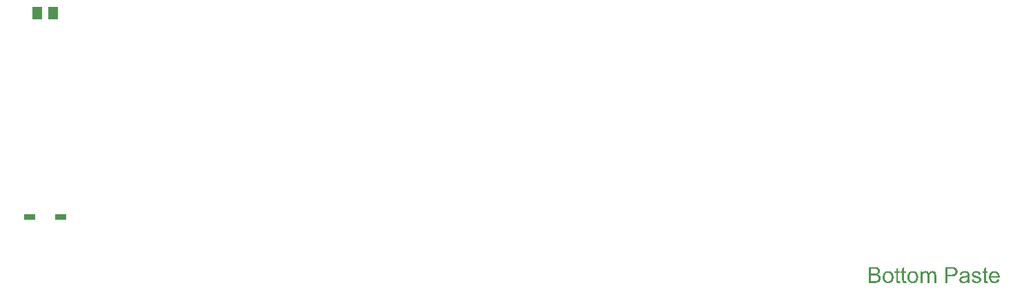
<source format=gbp>
%FSLAX25Y25*%
%MOIN*%
G70*
G01*
G75*
G04 Layer_Color=128*
%ADD10R,0.02362X0.03543*%
%ADD11R,0.03543X0.02362*%
%ADD12R,0.03937X0.04331*%
%ADD13R,0.06299X0.13780*%
%ADD14R,0.05000X0.03600*%
%ADD15R,0.03600X0.03600*%
%ADD16R,0.06693X0.01750*%
%ADD17R,0.08661X0.05118*%
%ADD18R,0.06299X0.07874*%
%ADD19O,0.04921X0.01772*%
%ADD20R,0.06102X0.01378*%
%ADD21C,0.01000*%
%ADD22C,0.00800*%
%ADD23C,0.02500*%
%ADD24C,0.02000*%
%ADD25C,0.08000*%
%ADD26C,0.07000*%
%ADD27C,0.10000*%
%ADD28R,0.07000X0.07000*%
%ADD29C,0.04724*%
%ADD30C,0.05906*%
%ADD31R,0.07000X0.07000*%
%ADD32C,0.08661*%
%ADD33C,0.07874*%
G04:AMPARAMS|DCode=34|XSize=118.11mil|YSize=39.37mil|CornerRadius=19.69mil|HoleSize=0mil|Usage=FLASHONLY|Rotation=0.000|XOffset=0mil|YOffset=0mil|HoleType=Round|Shape=RoundedRectangle|*
%AMROUNDEDRECTD34*
21,1,0.11811,0.00000,0,0,0.0*
21,1,0.07874,0.03937,0,0,0.0*
1,1,0.03937,0.03937,0.00000*
1,1,0.03937,-0.03937,0.00000*
1,1,0.03937,-0.03937,0.00000*
1,1,0.03937,0.03937,0.00000*
%
%ADD34ROUNDEDRECTD34*%
%ADD35O,0.15748X0.03937*%
G04:AMPARAMS|DCode=36|XSize=118.11mil|YSize=39.37mil|CornerRadius=19.69mil|HoleSize=0mil|Usage=FLASHONLY|Rotation=90.000|XOffset=0mil|YOffset=0mil|HoleType=Round|Shape=RoundedRectangle|*
%AMROUNDEDRECTD36*
21,1,0.11811,0.00000,0,0,90.0*
21,1,0.07874,0.03937,0,0,90.0*
1,1,0.03937,0.00000,0.03937*
1,1,0.03937,0.00000,-0.03937*
1,1,0.03937,0.00000,-0.03937*
1,1,0.03937,0.00000,0.03937*
%
%ADD36ROUNDEDRECTD36*%
%ADD37C,0.05512*%
%ADD38C,0.17716*%
%ADD39C,0.07874*%
%ADD40C,0.03937*%
%ADD41C,0.03150*%
%ADD42R,0.05118X0.05906*%
%ADD43R,0.05315X0.02953*%
%ADD44C,0.01200*%
%ADD45C,0.00787*%
%ADD46C,0.01500*%
%ADD47C,0.00394*%
%ADD48C,0.00700*%
%ADD49C,0.00591*%
%ADD50R,0.03162X0.04343*%
%ADD51R,0.04343X0.03162*%
%ADD52R,0.04737X0.05131*%
%ADD53R,0.07099X0.14579*%
%ADD54R,0.05800X0.04400*%
%ADD55R,0.04400X0.04400*%
%ADD56R,0.07493X0.02550*%
%ADD57R,0.09461X0.05918*%
%ADD58R,0.07099X0.08674*%
%ADD59O,0.05721X0.02572*%
%ADD60R,0.06902X0.02178*%
%ADD61C,0.08800*%
%ADD62C,0.07800*%
%ADD63C,0.10800*%
%ADD64R,0.07800X0.07800*%
%ADD65C,0.05524*%
%ADD66C,0.06706*%
%ADD67R,0.07800X0.07800*%
%ADD68C,0.09461*%
%ADD69C,0.08674*%
G04:AMPARAMS|DCode=70|XSize=126.11mil|YSize=47.37mil|CornerRadius=23.69mil|HoleSize=0mil|Usage=FLASHONLY|Rotation=0.000|XOffset=0mil|YOffset=0mil|HoleType=Round|Shape=RoundedRectangle|*
%AMROUNDEDRECTD70*
21,1,0.12611,0.00000,0,0,0.0*
21,1,0.07874,0.04737,0,0,0.0*
1,1,0.04737,0.03937,0.00000*
1,1,0.04737,-0.03937,0.00000*
1,1,0.04737,-0.03937,0.00000*
1,1,0.04737,0.03937,0.00000*
%
%ADD70ROUNDEDRECTD70*%
%ADD71O,0.16548X0.04737*%
G04:AMPARAMS|DCode=72|XSize=126.11mil|YSize=47.37mil|CornerRadius=23.69mil|HoleSize=0mil|Usage=FLASHONLY|Rotation=90.000|XOffset=0mil|YOffset=0mil|HoleType=Round|Shape=RoundedRectangle|*
%AMROUNDEDRECTD72*
21,1,0.12611,0.00000,0,0,90.0*
21,1,0.07874,0.04737,0,0,90.0*
1,1,0.04737,0.00000,0.03937*
1,1,0.04737,0.00000,-0.03937*
1,1,0.04737,0.00000,-0.03937*
1,1,0.04737,0.00000,0.03937*
%
%ADD72ROUNDEDRECTD72*%
%ADD73C,0.06312*%
%ADD74C,0.18517*%
%ADD75C,0.13874*%
%ADD76C,0.04737*%
%ADD77R,0.05918X0.06706*%
%ADD78R,0.06115X0.03753*%
G36*
X512082Y16976D02*
X513038D01*
Y16243D01*
X512082D01*
Y12966D01*
Y12944D01*
Y12899D01*
Y12832D01*
X512093Y12755D01*
X512105Y12577D01*
X512116Y12499D01*
X512127Y12444D01*
X512138Y12421D01*
X512171Y12377D01*
X512216Y12321D01*
X512293Y12266D01*
X512316Y12255D01*
X512371Y12233D01*
X512471Y12210D01*
X512616Y12199D01*
X512727D01*
X512782Y12210D01*
X512860D01*
X512949Y12221D01*
X513038Y12233D01*
X513160Y11399D01*
X513138D01*
X513094Y11388D01*
X513016Y11377D01*
X512916Y11366D01*
X512805Y11344D01*
X512682Y11333D01*
X512438Y11321D01*
X512349D01*
X512260Y11333D01*
X512149Y11344D01*
X512016Y11355D01*
X511882Y11388D01*
X511760Y11421D01*
X511638Y11477D01*
X511627Y11488D01*
X511594Y11510D01*
X511549Y11544D01*
X511482Y11599D01*
X511427Y11655D01*
X511360Y11733D01*
X511294Y11810D01*
X511249Y11910D01*
Y11921D01*
X511227Y11966D01*
X511216Y12044D01*
X511194Y12155D01*
X511171Y12299D01*
X511160Y12388D01*
Y12488D01*
X511149Y12610D01*
X511138Y12732D01*
Y12866D01*
Y13021D01*
Y16243D01*
X510438D01*
Y16976D01*
X511138D01*
Y18354D01*
X512082Y18921D01*
Y16976D01*
D02*
G37*
G36*
X472653D02*
X473608D01*
Y16243D01*
X472653D01*
Y12966D01*
Y12944D01*
Y12899D01*
Y12832D01*
X472664Y12755D01*
X472675Y12577D01*
X472686Y12499D01*
X472697Y12444D01*
X472709Y12421D01*
X472742Y12377D01*
X472786Y12321D01*
X472864Y12266D01*
X472886Y12255D01*
X472942Y12233D01*
X473042Y12210D01*
X473186Y12199D01*
X473297D01*
X473353Y12210D01*
X473431D01*
X473520Y12221D01*
X473608Y12233D01*
X473731Y11399D01*
X473708D01*
X473664Y11388D01*
X473586Y11377D01*
X473486Y11366D01*
X473375Y11344D01*
X473253Y11333D01*
X473009Y11321D01*
X472920D01*
X472831Y11333D01*
X472720Y11344D01*
X472586Y11355D01*
X472453Y11388D01*
X472331Y11421D01*
X472209Y11477D01*
X472197Y11488D01*
X472164Y11510D01*
X472120Y11544D01*
X472053Y11599D01*
X471998Y11655D01*
X471931Y11733D01*
X471864Y11810D01*
X471820Y11910D01*
Y11921D01*
X471798Y11966D01*
X471786Y12044D01*
X471764Y12155D01*
X471742Y12299D01*
X471731Y12388D01*
Y12488D01*
X471720Y12610D01*
X471709Y12732D01*
Y12866D01*
Y13021D01*
Y16243D01*
X471009D01*
Y16976D01*
X471709D01*
Y18354D01*
X472653Y18921D01*
Y16976D01*
D02*
G37*
G36*
X458599Y19076D02*
X458688D01*
X458888Y19054D01*
X459110Y19032D01*
X459343Y18987D01*
X459577Y18932D01*
X459788Y18854D01*
X459799D01*
X459810Y18843D01*
X459877Y18810D01*
X459976Y18754D01*
X460088Y18676D01*
X460221Y18576D01*
X460365Y18454D01*
X460499Y18298D01*
X460621Y18132D01*
X460632Y18110D01*
X460665Y18043D01*
X460721Y17954D01*
X460777Y17821D01*
X460832Y17665D01*
X460888Y17499D01*
X460921Y17310D01*
X460932Y17121D01*
Y17099D01*
Y17043D01*
X460921Y16943D01*
X460899Y16821D01*
X460865Y16677D01*
X460810Y16521D01*
X460743Y16365D01*
X460654Y16199D01*
X460643Y16176D01*
X460610Y16132D01*
X460543Y16043D01*
X460454Y15954D01*
X460343Y15843D01*
X460210Y15721D01*
X460043Y15610D01*
X459854Y15499D01*
X459865D01*
X459888Y15488D01*
X459921Y15477D01*
X459965Y15454D01*
X460099Y15410D01*
X460254Y15332D01*
X460421Y15232D01*
X460610Y15110D01*
X460777Y14965D01*
X460932Y14788D01*
X460943Y14765D01*
X460988Y14699D01*
X461054Y14599D01*
X461121Y14466D01*
X461188Y14288D01*
X461254Y14099D01*
X461299Y13877D01*
X461310Y13632D01*
Y13621D01*
Y13610D01*
Y13543D01*
X461299Y13432D01*
X461276Y13299D01*
X461254Y13144D01*
X461210Y12977D01*
X461154Y12799D01*
X461076Y12621D01*
X461065Y12599D01*
X461032Y12543D01*
X460988Y12466D01*
X460921Y12355D01*
X460832Y12244D01*
X460743Y12121D01*
X460632Y11999D01*
X460510Y11899D01*
X460499Y11888D01*
X460454Y11855D01*
X460377Y11810D01*
X460277Y11766D01*
X460154Y11699D01*
X460010Y11632D01*
X459854Y11577D01*
X459665Y11521D01*
X459643D01*
X459577Y11499D01*
X459466Y11488D01*
X459321Y11466D01*
X459143Y11444D01*
X458932Y11421D01*
X458699Y11410D01*
X458432Y11399D01*
X455499D01*
Y19087D01*
X458521D01*
X458599Y19076D01*
D02*
G37*
G36*
X495906D02*
X496095Y19065D01*
X496295Y19054D01*
X496484Y19032D01*
X496651Y19010D01*
X496673D01*
X496751Y18987D01*
X496851Y18965D01*
X496984Y18932D01*
X497128Y18876D01*
X497284Y18810D01*
X497451Y18732D01*
X497595Y18643D01*
X497617Y18632D01*
X497662Y18598D01*
X497728Y18532D01*
X497817Y18454D01*
X497917Y18354D01*
X498017Y18221D01*
X498128Y18076D01*
X498217Y17910D01*
X498228Y17887D01*
X498250Y17832D01*
X498295Y17732D01*
X498339Y17599D01*
X498373Y17443D01*
X498417Y17265D01*
X498439Y17065D01*
X498451Y16854D01*
Y16843D01*
Y16810D01*
Y16765D01*
X498439Y16688D01*
X498428Y16610D01*
X498417Y16510D01*
X498395Y16399D01*
X498373Y16276D01*
X498295Y16021D01*
X498250Y15888D01*
X498184Y15743D01*
X498106Y15599D01*
X498028Y15465D01*
X497928Y15332D01*
X497817Y15199D01*
X497806Y15188D01*
X497784Y15166D01*
X497751Y15132D01*
X497695Y15099D01*
X497628Y15043D01*
X497540Y14988D01*
X497428Y14921D01*
X497306Y14865D01*
X497162Y14799D01*
X496995Y14732D01*
X496817Y14677D01*
X496606Y14632D01*
X496384Y14588D01*
X496140Y14554D01*
X495862Y14532D01*
X495573Y14521D01*
X493607D01*
Y11399D01*
X492584D01*
Y19087D01*
X495740D01*
X495906Y19076D01*
D02*
G37*
G36*
X502228Y17087D02*
X502394Y17076D01*
X502583Y17054D01*
X502772Y17021D01*
X502961Y16976D01*
X503139Y16921D01*
X503161Y16910D01*
X503217Y16887D01*
X503294Y16854D01*
X503394Y16810D01*
X503506Y16743D01*
X503617Y16677D01*
X503717Y16588D01*
X503805Y16499D01*
X503817Y16488D01*
X503839Y16454D01*
X503872Y16399D01*
X503917Y16332D01*
X503972Y16232D01*
X504017Y16132D01*
X504061Y16010D01*
X504094Y15865D01*
Y15854D01*
X504106Y15821D01*
X504117Y15754D01*
X504128Y15665D01*
Y15543D01*
X504139Y15399D01*
X504150Y15210D01*
Y14999D01*
Y13732D01*
Y13721D01*
Y13677D01*
Y13610D01*
Y13521D01*
Y13421D01*
Y13299D01*
X504161Y13032D01*
Y12755D01*
X504172Y12477D01*
X504183Y12355D01*
Y12244D01*
X504194Y12144D01*
X504206Y12066D01*
Y12055D01*
X504217Y12010D01*
X504228Y11944D01*
X504261Y11855D01*
X504283Y11755D01*
X504328Y11644D01*
X504383Y11521D01*
X504439Y11399D01*
X503450D01*
X503439Y11410D01*
X503428Y11455D01*
X503406Y11510D01*
X503372Y11599D01*
X503339Y11699D01*
X503317Y11821D01*
X503294Y11955D01*
X503272Y12099D01*
X503261D01*
X503250Y12077D01*
X503183Y12021D01*
X503083Y11944D01*
X502950Y11844D01*
X502783Y11744D01*
X502617Y11632D01*
X502439Y11532D01*
X502250Y11455D01*
X502228Y11444D01*
X502161Y11433D01*
X502061Y11399D01*
X501939Y11366D01*
X501784Y11333D01*
X501606Y11310D01*
X501406Y11288D01*
X501206Y11277D01*
X501117D01*
X501050Y11288D01*
X500972D01*
X500884Y11299D01*
X500684Y11333D01*
X500461Y11388D01*
X500217Y11466D01*
X499995Y11577D01*
X499795Y11721D01*
X499773Y11744D01*
X499717Y11799D01*
X499639Y11899D01*
X499550Y12032D01*
X499462Y12199D01*
X499384Y12388D01*
X499328Y12621D01*
X499317Y12732D01*
X499306Y12866D01*
Y12888D01*
Y12932D01*
X499317Y13010D01*
X499328Y13110D01*
X499350Y13232D01*
X499384Y13355D01*
X499428Y13488D01*
X499484Y13610D01*
X499495Y13621D01*
X499517Y13666D01*
X499562Y13732D01*
X499617Y13810D01*
X499684Y13899D01*
X499773Y13988D01*
X499861Y14077D01*
X499972Y14154D01*
X499984Y14166D01*
X500028Y14188D01*
X500084Y14232D01*
X500173Y14277D01*
X500273Y14321D01*
X500395Y14377D01*
X500517Y14421D01*
X500661Y14466D01*
X500672D01*
X500717Y14477D01*
X500784Y14499D01*
X500873Y14510D01*
X500984Y14532D01*
X501128Y14554D01*
X501295Y14588D01*
X501495Y14610D01*
X501506D01*
X501550Y14621D01*
X501606D01*
X501684Y14632D01*
X501772Y14643D01*
X501884Y14665D01*
X502006Y14677D01*
X502139Y14699D01*
X502406Y14754D01*
X502695Y14810D01*
X502950Y14877D01*
X503072Y14910D01*
X503183Y14943D01*
Y14954D01*
Y14977D01*
X503194Y15043D01*
Y15121D01*
Y15166D01*
Y15188D01*
Y15199D01*
Y15210D01*
Y15277D01*
X503183Y15388D01*
X503161Y15510D01*
X503128Y15643D01*
X503072Y15777D01*
X503006Y15899D01*
X502917Y15999D01*
X502906Y16010D01*
X502850Y16054D01*
X502761Y16099D01*
X502650Y16165D01*
X502494Y16221D01*
X502317Y16276D01*
X502095Y16310D01*
X501839Y16321D01*
X501728D01*
X501617Y16310D01*
X501461Y16288D01*
X501306Y16265D01*
X501139Y16221D01*
X500984Y16165D01*
X500850Y16088D01*
X500839Y16077D01*
X500795Y16043D01*
X500739Y15988D01*
X500672Y15899D01*
X500606Y15788D01*
X500528Y15643D01*
X500461Y15465D01*
X500395Y15266D01*
X499473Y15388D01*
Y15399D01*
X499484Y15410D01*
Y15443D01*
X499495Y15488D01*
X499528Y15588D01*
X499573Y15732D01*
X499628Y15877D01*
X499695Y16032D01*
X499784Y16188D01*
X499884Y16332D01*
X499895Y16343D01*
X499939Y16388D01*
X500006Y16454D01*
X500095Y16543D01*
X500217Y16632D01*
X500361Y16721D01*
X500528Y16821D01*
X500717Y16899D01*
X500728D01*
X500739Y16910D01*
X500772Y16921D01*
X500817Y16932D01*
X500928Y16965D01*
X501084Y16999D01*
X501261Y17032D01*
X501483Y17065D01*
X501717Y17087D01*
X501983Y17099D01*
X502106D01*
X502228Y17087D01*
D02*
G37*
G36*
X469664Y16976D02*
X470620D01*
Y16243D01*
X469664D01*
Y12966D01*
Y12944D01*
Y12899D01*
Y12832D01*
X469676Y12755D01*
X469687Y12577D01*
X469698Y12499D01*
X469709Y12444D01*
X469720Y12421D01*
X469753Y12377D01*
X469798Y12321D01*
X469876Y12266D01*
X469898Y12255D01*
X469953Y12233D01*
X470053Y12210D01*
X470198Y12199D01*
X470309D01*
X470364Y12210D01*
X470442D01*
X470531Y12221D01*
X470620Y12233D01*
X470742Y11399D01*
X470720D01*
X470676Y11388D01*
X470598Y11377D01*
X470498Y11366D01*
X470387Y11344D01*
X470264Y11333D01*
X470020Y11321D01*
X469931D01*
X469842Y11333D01*
X469731Y11344D01*
X469598Y11355D01*
X469464Y11388D01*
X469342Y11421D01*
X469220Y11477D01*
X469209Y11488D01*
X469176Y11510D01*
X469131Y11544D01*
X469065Y11599D01*
X469009Y11655D01*
X468942Y11733D01*
X468876Y11810D01*
X468831Y11910D01*
Y11921D01*
X468809Y11966D01*
X468798Y12044D01*
X468776Y12155D01*
X468753Y12299D01*
X468742Y12388D01*
Y12488D01*
X468731Y12610D01*
X468720Y12732D01*
Y12866D01*
Y13021D01*
Y16243D01*
X468020D01*
Y16976D01*
X468720D01*
Y18354D01*
X469664Y18921D01*
Y16976D01*
D02*
G37*
G36*
X465032Y17087D02*
X465132Y17076D01*
X465243Y17054D01*
X465365Y17032D01*
X465509Y17010D01*
X465809Y16910D01*
X465965Y16854D01*
X466120Y16776D01*
X466276Y16699D01*
X466432Y16588D01*
X466576Y16477D01*
X466720Y16343D01*
X466731Y16332D01*
X466754Y16310D01*
X466787Y16265D01*
X466831Y16210D01*
X466887Y16132D01*
X466954Y16032D01*
X467020Y15921D01*
X467087Y15799D01*
X467154Y15665D01*
X467220Y15499D01*
X467287Y15332D01*
X467343Y15143D01*
X467387Y14943D01*
X467420Y14732D01*
X467443Y14510D01*
X467454Y14266D01*
Y14254D01*
Y14221D01*
Y14166D01*
Y14088D01*
X467443Y13999D01*
X467431Y13888D01*
Y13777D01*
X467409Y13655D01*
X467376Y13377D01*
X467309Y13099D01*
X467231Y12821D01*
X467120Y12566D01*
Y12555D01*
X467109Y12543D01*
X467087Y12510D01*
X467065Y12466D01*
X466987Y12355D01*
X466887Y12221D01*
X466754Y12066D01*
X466587Y11910D01*
X466398Y11755D01*
X466176Y11610D01*
X466165D01*
X466154Y11599D01*
X466120Y11577D01*
X466065Y11555D01*
X466009Y11532D01*
X465943Y11510D01*
X465776Y11444D01*
X465587Y11388D01*
X465354Y11333D01*
X465109Y11288D01*
X464843Y11277D01*
X464732D01*
X464643Y11288D01*
X464543Y11299D01*
X464432Y11321D01*
X464298Y11344D01*
X464165Y11366D01*
X463865Y11455D01*
X463698Y11521D01*
X463543Y11588D01*
X463387Y11677D01*
X463232Y11777D01*
X463087Y11888D01*
X462943Y12021D01*
X462932Y12032D01*
X462910Y12055D01*
X462876Y12099D01*
X462832Y12166D01*
X462776Y12244D01*
X462721Y12332D01*
X462654Y12444D01*
X462587Y12577D01*
X462521Y12721D01*
X462454Y12888D01*
X462398Y13066D01*
X462343Y13255D01*
X462298Y13466D01*
X462265Y13688D01*
X462243Y13932D01*
X462232Y14188D01*
Y14210D01*
Y14254D01*
X462243Y14332D01*
Y14443D01*
X462254Y14566D01*
X462276Y14721D01*
X462298Y14877D01*
X462343Y15054D01*
X462387Y15232D01*
X462443Y15421D01*
X462510Y15621D01*
X462599Y15810D01*
X462687Y15988D01*
X462810Y16165D01*
X462932Y16332D01*
X463087Y16477D01*
X463098Y16488D01*
X463121Y16499D01*
X463165Y16532D01*
X463221Y16577D01*
X463287Y16621D01*
X463376Y16677D01*
X463465Y16732D01*
X463576Y16788D01*
X463698Y16843D01*
X463832Y16899D01*
X464132Y16999D01*
X464476Y17076D01*
X464654Y17087D01*
X464843Y17099D01*
X464954D01*
X465032Y17087D01*
D02*
G37*
G36*
X486485D02*
X486563D01*
X486641Y17076D01*
X486829Y17043D01*
X487029Y16987D01*
X487241Y16899D01*
X487452Y16788D01*
X487629Y16632D01*
X487652Y16610D01*
X487696Y16543D01*
X487774Y16443D01*
X487807Y16365D01*
X487851Y16288D01*
X487896Y16188D01*
X487929Y16088D01*
X487974Y15977D01*
X488007Y15843D01*
X488029Y15710D01*
X488052Y15554D01*
X488074Y15399D01*
Y15221D01*
Y11399D01*
X487129D01*
Y14899D01*
Y14910D01*
Y14921D01*
Y14988D01*
Y15088D01*
X487118Y15210D01*
X487107Y15343D01*
X487096Y15477D01*
X487074Y15610D01*
X487041Y15710D01*
Y15721D01*
X487018Y15754D01*
X486996Y15799D01*
X486963Y15854D01*
X486918Y15921D01*
X486863Y15988D01*
X486796Y16054D01*
X486707Y16121D01*
X486696Y16132D01*
X486663Y16143D01*
X486618Y16165D01*
X486541Y16199D01*
X486463Y16232D01*
X486363Y16254D01*
X486263Y16265D01*
X486141Y16276D01*
X486085D01*
X486041Y16265D01*
X485929Y16254D01*
X485796Y16232D01*
X485641Y16176D01*
X485474Y16110D01*
X485307Y16010D01*
X485152Y15877D01*
X485141Y15854D01*
X485096Y15799D01*
X485030Y15710D01*
X484963Y15577D01*
X484885Y15399D01*
X484830Y15188D01*
X484785Y14932D01*
X484763Y14632D01*
Y11399D01*
X483819D01*
Y15010D01*
Y15021D01*
Y15043D01*
Y15066D01*
Y15110D01*
X483808Y15232D01*
X483785Y15365D01*
X483763Y15521D01*
X483719Y15677D01*
X483663Y15821D01*
X483585Y15954D01*
X483574Y15965D01*
X483541Y16010D01*
X483485Y16054D01*
X483407Y16121D01*
X483308Y16176D01*
X483174Y16232D01*
X483019Y16265D01*
X482830Y16276D01*
X482763D01*
X482685Y16265D01*
X482596Y16254D01*
X482485Y16221D01*
X482352Y16188D01*
X482230Y16132D01*
X482097Y16065D01*
X482085Y16054D01*
X482041Y16021D01*
X481986Y15977D01*
X481908Y15910D01*
X481830Y15821D01*
X481752Y15710D01*
X481674Y15588D01*
X481608Y15443D01*
X481597Y15421D01*
X481586Y15365D01*
X481563Y15277D01*
X481530Y15154D01*
X481497Y14988D01*
X481474Y14788D01*
X481463Y14554D01*
X481452Y14288D01*
Y11399D01*
X480508D01*
Y16976D01*
X481352D01*
Y16176D01*
X481363Y16199D01*
X481397Y16243D01*
X481463Y16321D01*
X481541Y16410D01*
X481641Y16521D01*
X481763Y16632D01*
X481897Y16743D01*
X482052Y16843D01*
X482074Y16854D01*
X482130Y16887D01*
X482219Y16921D01*
X482341Y16976D01*
X482485Y17021D01*
X482652Y17054D01*
X482841Y17087D01*
X483041Y17099D01*
X483141D01*
X483263Y17087D01*
X483396Y17065D01*
X483563Y17032D01*
X483730Y16987D01*
X483896Y16921D01*
X484052Y16832D01*
X484074Y16821D01*
X484119Y16788D01*
X484185Y16732D01*
X484274Y16643D01*
X484363Y16543D01*
X484463Y16421D01*
X484552Y16276D01*
X484619Y16110D01*
X484630Y16121D01*
X484652Y16154D01*
X484685Y16199D01*
X484741Y16265D01*
X484807Y16343D01*
X484885Y16421D01*
X484974Y16510D01*
X485085Y16610D01*
X485207Y16699D01*
X485330Y16788D01*
X485474Y16865D01*
X485630Y16943D01*
X485796Y17010D01*
X485974Y17054D01*
X486152Y17087D01*
X486352Y17099D01*
X486429D01*
X486485Y17087D01*
D02*
G37*
G36*
X476986D02*
X477086Y17076D01*
X477197Y17054D01*
X477319Y17032D01*
X477464Y17010D01*
X477764Y16910D01*
X477919Y16854D01*
X478075Y16776D01*
X478230Y16699D01*
X478386Y16588D01*
X478530Y16477D01*
X478675Y16343D01*
X478686Y16332D01*
X478708Y16310D01*
X478741Y16265D01*
X478786Y16210D01*
X478841Y16132D01*
X478908Y16032D01*
X478975Y15921D01*
X479041Y15799D01*
X479108Y15665D01*
X479175Y15499D01*
X479241Y15332D01*
X479297Y15143D01*
X479341Y14943D01*
X479375Y14732D01*
X479397Y14510D01*
X479408Y14266D01*
Y14254D01*
Y14221D01*
Y14166D01*
Y14088D01*
X479397Y13999D01*
X479386Y13888D01*
Y13777D01*
X479363Y13655D01*
X479330Y13377D01*
X479263Y13099D01*
X479186Y12821D01*
X479075Y12566D01*
Y12555D01*
X479064Y12543D01*
X479041Y12510D01*
X479019Y12466D01*
X478941Y12355D01*
X478841Y12221D01*
X478708Y12066D01*
X478541Y11910D01*
X478352Y11755D01*
X478130Y11610D01*
X478119D01*
X478108Y11599D01*
X478075Y11577D01*
X478019Y11555D01*
X477964Y11532D01*
X477897Y11510D01*
X477730Y11444D01*
X477541Y11388D01*
X477308Y11333D01*
X477064Y11288D01*
X476797Y11277D01*
X476686D01*
X476597Y11288D01*
X476497Y11299D01*
X476386Y11321D01*
X476253Y11344D01*
X476119Y11366D01*
X475819Y11455D01*
X475653Y11521D01*
X475497Y11588D01*
X475342Y11677D01*
X475186Y11777D01*
X475042Y11888D01*
X474897Y12021D01*
X474886Y12032D01*
X474864Y12055D01*
X474831Y12099D01*
X474786Y12166D01*
X474731Y12244D01*
X474675Y12332D01*
X474608Y12444D01*
X474542Y12577D01*
X474475Y12721D01*
X474408Y12888D01*
X474353Y13066D01*
X474297Y13255D01*
X474253Y13466D01*
X474220Y13688D01*
X474197Y13932D01*
X474186Y14188D01*
Y14210D01*
Y14254D01*
X474197Y14332D01*
Y14443D01*
X474208Y14566D01*
X474231Y14721D01*
X474253Y14877D01*
X474297Y15054D01*
X474342Y15232D01*
X474397Y15421D01*
X474464Y15621D01*
X474553Y15810D01*
X474642Y15988D01*
X474764Y16165D01*
X474886Y16332D01*
X475042Y16477D01*
X475053Y16488D01*
X475075Y16499D01*
X475119Y16532D01*
X475175Y16577D01*
X475242Y16621D01*
X475331Y16677D01*
X475419Y16732D01*
X475530Y16788D01*
X475653Y16843D01*
X475786Y16899D01*
X476086Y16999D01*
X476431Y17076D01*
X476608Y17087D01*
X476797Y17099D01*
X476908D01*
X476986Y17087D01*
D02*
G37*
G36*
X516438D02*
X516526Y17076D01*
X516638Y17054D01*
X516760Y17032D01*
X516904Y16999D01*
X517037Y16965D01*
X517193Y16910D01*
X517338Y16854D01*
X517493Y16776D01*
X517649Y16688D01*
X517804Y16588D01*
X517948Y16465D01*
X518082Y16332D01*
X518093Y16321D01*
X518115Y16299D01*
X518149Y16254D01*
X518193Y16188D01*
X518249Y16110D01*
X518304Y16021D01*
X518371Y15910D01*
X518437Y15777D01*
X518504Y15632D01*
X518571Y15477D01*
X518626Y15299D01*
X518682Y15110D01*
X518726Y14899D01*
X518760Y14677D01*
X518782Y14443D01*
X518793Y14188D01*
Y14177D01*
Y14132D01*
Y14054D01*
X518782Y13943D01*
X514615D01*
Y13932D01*
Y13899D01*
X514627Y13855D01*
Y13788D01*
X514638Y13710D01*
X514660Y13621D01*
X514693Y13421D01*
X514760Y13199D01*
X514849Y12955D01*
X514971Y12732D01*
X515127Y12532D01*
X515138D01*
X515149Y12510D01*
X515215Y12455D01*
X515315Y12377D01*
X515449Y12299D01*
X515626Y12210D01*
X515827Y12133D01*
X516049Y12077D01*
X516171Y12066D01*
X516304Y12055D01*
X516393D01*
X516493Y12066D01*
X516615Y12088D01*
X516749Y12121D01*
X516904Y12166D01*
X517049Y12233D01*
X517193Y12321D01*
X517204Y12332D01*
X517260Y12377D01*
X517326Y12444D01*
X517404Y12532D01*
X517493Y12655D01*
X517593Y12810D01*
X517693Y12988D01*
X517782Y13199D01*
X518760Y13077D01*
Y13066D01*
X518748Y13044D01*
X518737Y12999D01*
X518715Y12932D01*
X518682Y12866D01*
X518648Y12777D01*
X518560Y12588D01*
X518448Y12377D01*
X518293Y12155D01*
X518115Y11944D01*
X517893Y11744D01*
X517882D01*
X517860Y11721D01*
X517826Y11699D01*
X517782Y11666D01*
X517715Y11632D01*
X517649Y11599D01*
X517560Y11555D01*
X517460Y11510D01*
X517349Y11466D01*
X517238Y11421D01*
X516960Y11355D01*
X516649Y11299D01*
X516304Y11277D01*
X516182D01*
X516104Y11288D01*
X516004Y11299D01*
X515882Y11321D01*
X515749Y11344D01*
X515604Y11366D01*
X515293Y11455D01*
X515127Y11521D01*
X514971Y11588D01*
X514804Y11677D01*
X514649Y11777D01*
X514504Y11888D01*
X514360Y12021D01*
X514349Y12032D01*
X514327Y12055D01*
X514293Y12099D01*
X514249Y12166D01*
X514193Y12244D01*
X514138Y12332D01*
X514071Y12444D01*
X514005Y12566D01*
X513938Y12710D01*
X513871Y12866D01*
X513816Y13044D01*
X513760Y13232D01*
X513716Y13432D01*
X513682Y13655D01*
X513660Y13888D01*
X513649Y14132D01*
Y14143D01*
Y14199D01*
Y14266D01*
X513660Y14366D01*
X513671Y14488D01*
X513682Y14621D01*
X513704Y14777D01*
X513738Y14932D01*
X513827Y15288D01*
X513882Y15465D01*
X513949Y15654D01*
X514038Y15832D01*
X514138Y15999D01*
X514249Y16165D01*
X514371Y16321D01*
X514382Y16332D01*
X514404Y16354D01*
X514449Y16388D01*
X514504Y16443D01*
X514571Y16499D01*
X514660Y16565D01*
X514760Y16643D01*
X514882Y16710D01*
X515004Y16788D01*
X515149Y16854D01*
X515304Y16921D01*
X515471Y16976D01*
X515649Y17032D01*
X515838Y17065D01*
X516038Y17087D01*
X516249Y17099D01*
X516360D01*
X516438Y17087D01*
D02*
G37*
G36*
X507661D02*
X507827Y17076D01*
X508005Y17054D01*
X508194Y17010D01*
X508394Y16965D01*
X508583Y16899D01*
X508594D01*
X508605Y16887D01*
X508661Y16865D01*
X508749Y16821D01*
X508860Y16765D01*
X508983Y16688D01*
X509105Y16599D01*
X509216Y16499D01*
X509316Y16388D01*
X509327Y16376D01*
X509349Y16332D01*
X509394Y16254D01*
X509449Y16165D01*
X509505Y16032D01*
X509560Y15888D01*
X509605Y15721D01*
X509649Y15532D01*
X508727Y15410D01*
Y15432D01*
X508716Y15477D01*
X508694Y15554D01*
X508661Y15654D01*
X508605Y15754D01*
X508538Y15865D01*
X508461Y15977D01*
X508350Y16077D01*
X508338Y16088D01*
X508294Y16110D01*
X508227Y16154D01*
X508127Y16199D01*
X508016Y16243D01*
X507872Y16288D01*
X507694Y16310D01*
X507505Y16321D01*
X507394D01*
X507283Y16310D01*
X507138Y16299D01*
X506994Y16265D01*
X506839Y16232D01*
X506694Y16176D01*
X506572Y16099D01*
X506561Y16088D01*
X506527Y16065D01*
X506483Y16021D01*
X506439Y15954D01*
X506383Y15888D01*
X506339Y15799D01*
X506305Y15699D01*
X506294Y15599D01*
Y15588D01*
Y15565D01*
X506305Y15532D01*
Y15488D01*
X506339Y15377D01*
X506405Y15266D01*
X506416Y15254D01*
X506427Y15243D01*
X506450Y15210D01*
X506494Y15177D01*
X506539Y15143D01*
X506605Y15099D01*
X506683Y15066D01*
X506772Y15021D01*
X506783D01*
X506805Y15010D01*
X506850Y14999D01*
X506927Y14965D01*
X507038Y14932D01*
X507183Y14899D01*
X507272Y14865D01*
X507372Y14843D01*
X507483Y14810D01*
X507605Y14777D01*
X507616D01*
X507650Y14765D01*
X507705Y14754D01*
X507772Y14732D01*
X507850Y14710D01*
X507949Y14688D01*
X508161Y14621D01*
X508394Y14554D01*
X508627Y14477D01*
X508838Y14399D01*
X508927Y14366D01*
X509005Y14332D01*
X509027Y14321D01*
X509072Y14299D01*
X509138Y14266D01*
X509238Y14210D01*
X509338Y14143D01*
X509438Y14054D01*
X509538Y13954D01*
X509627Y13843D01*
X509638Y13832D01*
X509660Y13788D01*
X509705Y13721D01*
X509749Y13621D01*
X509783Y13499D01*
X509827Y13366D01*
X509849Y13210D01*
X509860Y13032D01*
Y13010D01*
Y12955D01*
X509849Y12866D01*
X509827Y12743D01*
X509794Y12610D01*
X509738Y12466D01*
X509672Y12299D01*
X509583Y12144D01*
X509572Y12121D01*
X509527Y12077D01*
X509472Y11999D01*
X509383Y11910D01*
X509261Y11810D01*
X509127Y11699D01*
X508972Y11599D01*
X508783Y11499D01*
X508772D01*
X508760Y11488D01*
X508694Y11466D01*
X508583Y11433D01*
X508438Y11388D01*
X508261Y11344D01*
X508061Y11310D01*
X507850Y11288D01*
X507605Y11277D01*
X507505D01*
X507427Y11288D01*
X507338D01*
X507227Y11299D01*
X507116Y11310D01*
X506994Y11333D01*
X506727Y11388D01*
X506450Y11466D01*
X506183Y11577D01*
X506061Y11644D01*
X505950Y11721D01*
X505939Y11733D01*
X505928Y11744D01*
X505861Y11810D01*
X505761Y11910D01*
X505650Y12066D01*
X505527Y12255D01*
X505405Y12477D01*
X505305Y12755D01*
X505228Y13066D01*
X506161Y13210D01*
Y13199D01*
Y13188D01*
X506183Y13121D01*
X506205Y13010D01*
X506250Y12888D01*
X506305Y12755D01*
X506372Y12610D01*
X506472Y12466D01*
X506594Y12344D01*
X506616Y12332D01*
X506661Y12299D01*
X506750Y12255D01*
X506861Y12199D01*
X507005Y12144D01*
X507172Y12099D01*
X507372Y12066D01*
X507605Y12055D01*
X507716D01*
X507827Y12066D01*
X507972Y12088D01*
X508127Y12121D01*
X508294Y12166D01*
X508438Y12221D01*
X508572Y12310D01*
X508583Y12321D01*
X508627Y12355D01*
X508672Y12410D01*
X508738Y12488D01*
X508794Y12577D01*
X508849Y12688D01*
X508883Y12799D01*
X508894Y12932D01*
Y12944D01*
Y12988D01*
X508883Y13044D01*
X508860Y13121D01*
X508827Y13199D01*
X508772Y13277D01*
X508705Y13366D01*
X508605Y13432D01*
X508594Y13443D01*
X508561Y13455D01*
X508505Y13488D01*
X508416Y13521D01*
X508283Y13566D01*
X508205Y13599D01*
X508116Y13621D01*
X508016Y13655D01*
X507905Y13688D01*
X507783Y13721D01*
X507638Y13755D01*
X507627D01*
X507594Y13766D01*
X507539Y13777D01*
X507472Y13799D01*
X507383Y13821D01*
X507283Y13855D01*
X507072Y13910D01*
X506827Y13988D01*
X506594Y14054D01*
X506372Y14132D01*
X506272Y14177D01*
X506194Y14210D01*
X506172Y14221D01*
X506128Y14243D01*
X506061Y14288D01*
X505972Y14343D01*
X505872Y14421D01*
X505772Y14510D01*
X505672Y14610D01*
X505583Y14732D01*
X505572Y14743D01*
X505550Y14788D01*
X505516Y14865D01*
X505483Y14954D01*
X505450Y15066D01*
X505416Y15199D01*
X505394Y15332D01*
X505383Y15488D01*
Y15510D01*
Y15554D01*
X505394Y15621D01*
X505405Y15721D01*
X505428Y15821D01*
X505450Y15943D01*
X505494Y16054D01*
X505550Y16176D01*
X505561Y16188D01*
X505583Y16232D01*
X505616Y16288D01*
X505672Y16365D01*
X505739Y16443D01*
X505816Y16543D01*
X505905Y16632D01*
X506016Y16710D01*
X506028Y16721D01*
X506061Y16732D01*
X506105Y16765D01*
X506172Y16799D01*
X506261Y16843D01*
X506361Y16887D01*
X506483Y16932D01*
X506616Y16976D01*
X506638Y16987D01*
X506683Y16999D01*
X506761Y17021D01*
X506861Y17043D01*
X506983Y17065D01*
X507116Y17076D01*
X507272Y17099D01*
X507539D01*
X507661Y17087D01*
D02*
G37*
%LPC*%
G36*
X516260Y16321D02*
X516193D01*
X516149Y16310D01*
X516026Y16299D01*
X515882Y16265D01*
X515704Y16210D01*
X515515Y16132D01*
X515338Y16021D01*
X515160Y15877D01*
X515138Y15854D01*
X515093Y15799D01*
X515016Y15699D01*
X514938Y15565D01*
X514849Y15410D01*
X514771Y15210D01*
X514704Y14977D01*
X514671Y14721D01*
X517793D01*
Y14732D01*
Y14754D01*
X517782Y14788D01*
Y14832D01*
X517760Y14965D01*
X517726Y15110D01*
X517671Y15288D01*
X517615Y15454D01*
X517526Y15621D01*
X517426Y15765D01*
Y15777D01*
X517404Y15788D01*
X517349Y15854D01*
X517249Y15943D01*
X517115Y16043D01*
X516949Y16143D01*
X516749Y16232D01*
X516515Y16299D01*
X516393Y16310D01*
X516260Y16321D01*
D02*
G37*
G36*
X495806Y18176D02*
X493607D01*
Y15432D01*
X495673D01*
X495751Y15443D01*
X495828D01*
X495917Y15454D01*
X496129Y15477D01*
X496362Y15521D01*
X496595Y15588D01*
X496806Y15677D01*
X496906Y15732D01*
X496984Y15799D01*
X497006Y15821D01*
X497051Y15865D01*
X497117Y15954D01*
X497195Y16065D01*
X497273Y16210D01*
X497339Y16388D01*
X497384Y16588D01*
X497406Y16821D01*
Y16832D01*
Y16843D01*
Y16899D01*
X497395Y16999D01*
X497373Y17110D01*
X497351Y17232D01*
X497306Y17376D01*
X497239Y17510D01*
X497162Y17643D01*
X497151Y17654D01*
X497117Y17699D01*
X497062Y17754D01*
X496995Y17832D01*
X496895Y17910D01*
X496784Y17976D01*
X496662Y18043D01*
X496517Y18099D01*
X496506D01*
X496462Y18110D01*
X496395Y18121D01*
X496306Y18143D01*
X496173Y18154D01*
X496006Y18165D01*
X495806Y18176D01*
D02*
G37*
G36*
X458343D02*
X456521D01*
Y15865D01*
X458410D01*
X458555Y15877D01*
X458710Y15888D01*
X458865Y15899D01*
X459021Y15921D01*
X459143Y15943D01*
X459165Y15954D01*
X459210Y15965D01*
X459277Y15999D01*
X459366Y16043D01*
X459454Y16088D01*
X459554Y16154D01*
X459654Y16243D01*
X459732Y16332D01*
X459743Y16343D01*
X459765Y16376D01*
X459799Y16443D01*
X459832Y16521D01*
X459865Y16610D01*
X459899Y16721D01*
X459921Y16854D01*
X459932Y16999D01*
Y17021D01*
Y17065D01*
X459921Y17132D01*
X459910Y17221D01*
X459888Y17332D01*
X459854Y17443D01*
X459810Y17554D01*
X459743Y17665D01*
X459732Y17676D01*
X459710Y17710D01*
X459665Y17765D01*
X459610Y17821D01*
X459532Y17887D01*
X459443Y17954D01*
X459332Y18021D01*
X459210Y18065D01*
X459199D01*
X459143Y18087D01*
X459065Y18099D01*
X458943Y18121D01*
X458777Y18143D01*
X458588Y18154D01*
X458343Y18176D01*
D02*
G37*
G36*
X458543Y14954D02*
X456521D01*
Y12310D01*
X458710D01*
X458943Y12321D01*
X459043Y12332D01*
X459132Y12344D01*
X459143D01*
X459188Y12355D01*
X459254Y12366D01*
X459332Y12388D01*
X459521Y12455D01*
X459710Y12543D01*
X459721Y12555D01*
X459754Y12577D01*
X459799Y12610D01*
X459854Y12655D01*
X459910Y12721D01*
X459988Y12788D01*
X460043Y12877D01*
X460110Y12977D01*
X460121Y12988D01*
X460132Y13021D01*
X460154Y13088D01*
X460188Y13166D01*
X460221Y13255D01*
X460243Y13366D01*
X460254Y13499D01*
X460265Y13632D01*
Y13655D01*
Y13699D01*
X460254Y13788D01*
X460232Y13888D01*
X460210Y13999D01*
X460165Y14121D01*
X460110Y14243D01*
X460032Y14366D01*
X460021Y14377D01*
X459988Y14421D01*
X459943Y14477D01*
X459877Y14543D01*
X459788Y14621D01*
X459677Y14699D01*
X459554Y14765D01*
X459410Y14821D01*
X459388Y14832D01*
X459343Y14843D01*
X459243Y14865D01*
X459121Y14888D01*
X458965Y14910D01*
X458777Y14932D01*
X458543Y14954D01*
D02*
G37*
G36*
X503194Y14199D02*
X503183D01*
X503172Y14188D01*
X503139Y14177D01*
X503094Y14166D01*
X503039Y14143D01*
X502972Y14121D01*
X502894Y14099D01*
X502806Y14077D01*
X502706Y14043D01*
X502583Y14021D01*
X502461Y13988D01*
X502317Y13954D01*
X502161Y13921D01*
X502006Y13888D01*
X501828Y13866D01*
X501639Y13832D01*
X501617D01*
X501550Y13821D01*
X501439Y13799D01*
X501317Y13777D01*
X501184Y13755D01*
X501050Y13721D01*
X500928Y13688D01*
X500817Y13643D01*
X500806D01*
X500772Y13621D01*
X500728Y13599D01*
X500684Y13566D01*
X500550Y13477D01*
X500439Y13343D01*
Y13332D01*
X500417Y13310D01*
X500406Y13266D01*
X500384Y13210D01*
X500361Y13144D01*
X500339Y13077D01*
X500328Y12988D01*
X500317Y12899D01*
Y12888D01*
Y12832D01*
X500328Y12766D01*
X500350Y12677D01*
X500384Y12577D01*
X500439Y12477D01*
X500506Y12366D01*
X500595Y12266D01*
X500606Y12255D01*
X500650Y12233D01*
X500717Y12188D01*
X500806Y12144D01*
X500928Y12099D01*
X501072Y12055D01*
X501239Y12032D01*
X501439Y12021D01*
X501528D01*
X501639Y12032D01*
X501761Y12055D01*
X501917Y12077D01*
X502072Y12121D01*
X502239Y12177D01*
X502406Y12255D01*
X502428Y12266D01*
X502472Y12299D01*
X502550Y12355D01*
X502639Y12432D01*
X502739Y12521D01*
X502850Y12632D01*
X502939Y12766D01*
X503028Y12910D01*
X503039Y12921D01*
X503050Y12966D01*
X503072Y13044D01*
X503106Y13144D01*
X503139Y13277D01*
X503161Y13432D01*
X503172Y13621D01*
X503183Y13843D01*
X503194Y14199D01*
D02*
G37*
G36*
X464843Y16321D02*
X464776D01*
X464720Y16310D01*
X464598Y16299D01*
X464432Y16254D01*
X464243Y16188D01*
X464043Y16099D01*
X463854Y15965D01*
X463754Y15877D01*
X463665Y15788D01*
Y15777D01*
X463643Y15765D01*
X463621Y15732D01*
X463587Y15688D01*
X463554Y15632D01*
X463521Y15565D01*
X463476Y15477D01*
X463432Y15388D01*
X463387Y15277D01*
X463343Y15166D01*
X463309Y15032D01*
X463276Y14888D01*
X463243Y14732D01*
X463221Y14566D01*
X463210Y14377D01*
X463198Y14188D01*
Y14177D01*
Y14143D01*
Y14088D01*
X463210Y14010D01*
Y13921D01*
X463221Y13821D01*
X463254Y13588D01*
X463309Y13321D01*
X463398Y13055D01*
X463510Y12799D01*
X463587Y12688D01*
X463665Y12577D01*
X463676D01*
X463687Y12555D01*
X463754Y12499D01*
X463854Y12410D01*
X463987Y12321D01*
X464154Y12221D01*
X464354Y12133D01*
X464587Y12077D01*
X464709Y12066D01*
X464843Y12055D01*
X464909D01*
X464965Y12066D01*
X465087Y12088D01*
X465254Y12121D01*
X465431Y12188D01*
X465631Y12277D01*
X465820Y12410D01*
X465920Y12499D01*
X466009Y12588D01*
X466020Y12599D01*
X466032Y12610D01*
X466054Y12643D01*
X466087Y12688D01*
X466120Y12743D01*
X466165Y12810D01*
X466209Y12899D01*
X466254Y12988D01*
X466298Y13099D01*
X466331Y13221D01*
X466376Y13355D01*
X466409Y13499D01*
X466443Y13666D01*
X466465Y13832D01*
X466487Y14021D01*
Y14221D01*
Y14232D01*
Y14266D01*
Y14321D01*
X466476Y14388D01*
Y14477D01*
X466465Y14577D01*
X466432Y14810D01*
X466376Y15054D01*
X466287Y15321D01*
X466165Y15565D01*
X466098Y15688D01*
X466009Y15788D01*
Y15799D01*
X465987Y15810D01*
X465920Y15877D01*
X465820Y15954D01*
X465687Y16054D01*
X465520Y16154D01*
X465320Y16243D01*
X465098Y16299D01*
X464976Y16310D01*
X464843Y16321D01*
D02*
G37*
G36*
X476797D02*
X476730D01*
X476675Y16310D01*
X476553Y16299D01*
X476386Y16254D01*
X476197Y16188D01*
X475997Y16099D01*
X475808Y15965D01*
X475708Y15877D01*
X475619Y15788D01*
Y15777D01*
X475597Y15765D01*
X475575Y15732D01*
X475542Y15688D01*
X475508Y15632D01*
X475475Y15565D01*
X475431Y15477D01*
X475386Y15388D01*
X475342Y15277D01*
X475297Y15166D01*
X475264Y15032D01*
X475231Y14888D01*
X475197Y14732D01*
X475175Y14566D01*
X475164Y14377D01*
X475153Y14188D01*
Y14177D01*
Y14143D01*
Y14088D01*
X475164Y14010D01*
Y13921D01*
X475175Y13821D01*
X475208Y13588D01*
X475264Y13321D01*
X475353Y13055D01*
X475464Y12799D01*
X475542Y12688D01*
X475619Y12577D01*
X475631D01*
X475642Y12555D01*
X475708Y12499D01*
X475808Y12410D01*
X475942Y12321D01*
X476108Y12221D01*
X476308Y12133D01*
X476542Y12077D01*
X476664Y12066D01*
X476797Y12055D01*
X476864D01*
X476919Y12066D01*
X477041Y12088D01*
X477208Y12121D01*
X477386Y12188D01*
X477586Y12277D01*
X477775Y12410D01*
X477875Y12499D01*
X477964Y12588D01*
X477975Y12599D01*
X477986Y12610D01*
X478008Y12643D01*
X478041Y12688D01*
X478075Y12743D01*
X478119Y12810D01*
X478164Y12899D01*
X478208Y12988D01*
X478253Y13099D01*
X478286Y13221D01*
X478330Y13355D01*
X478364Y13499D01*
X478397Y13666D01*
X478419Y13832D01*
X478441Y14021D01*
Y14221D01*
Y14232D01*
Y14266D01*
Y14321D01*
X478430Y14388D01*
Y14477D01*
X478419Y14577D01*
X478386Y14810D01*
X478330Y15054D01*
X478241Y15321D01*
X478119Y15565D01*
X478053Y15688D01*
X477964Y15788D01*
Y15799D01*
X477941Y15810D01*
X477875Y15877D01*
X477775Y15954D01*
X477641Y16054D01*
X477475Y16154D01*
X477275Y16243D01*
X477053Y16299D01*
X476930Y16310D01*
X476797Y16321D01*
D02*
G37*
%LPD*%
D42*
X53671Y142018D02*
D03*
X61152D02*
D03*
D43*
X64961Y43307D02*
D03*
X49999Y43308D02*
D03*
M02*

</source>
